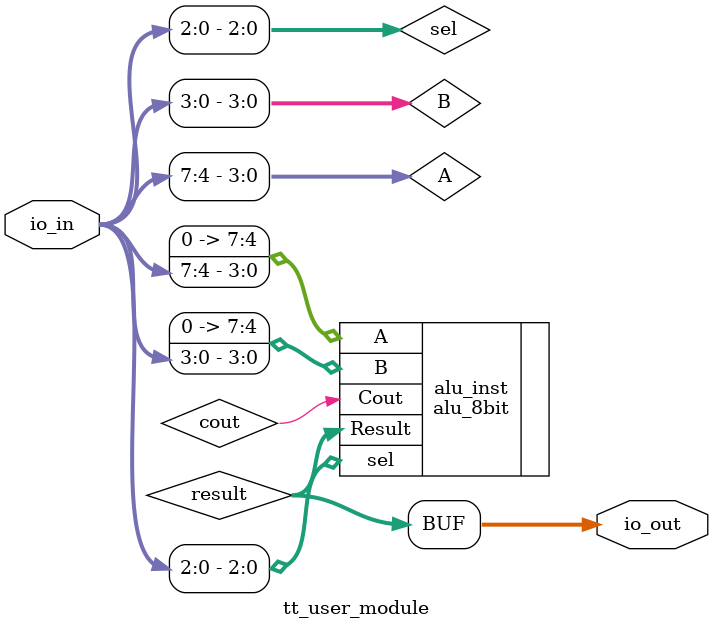
<source format=v>
module tt_user_module (
    input  [7:0] io_in,
    output [7:0] io_out
);
    wire [3:0] A = io_in[7:4];
    wire [3:0] B = io_in[3:0];
    wire [2:0] sel = io_in[2:0]; // limitado

    wire [7:0] result;
    wire cout;

    alu_8bit alu_inst (
        .A({4'b0000, A}),
        .B({4'b0000, B}),
        .sel(sel),
        .Result(result),
        .Cout(cout)
    );

    assign io_out = result;
endmodule

</source>
